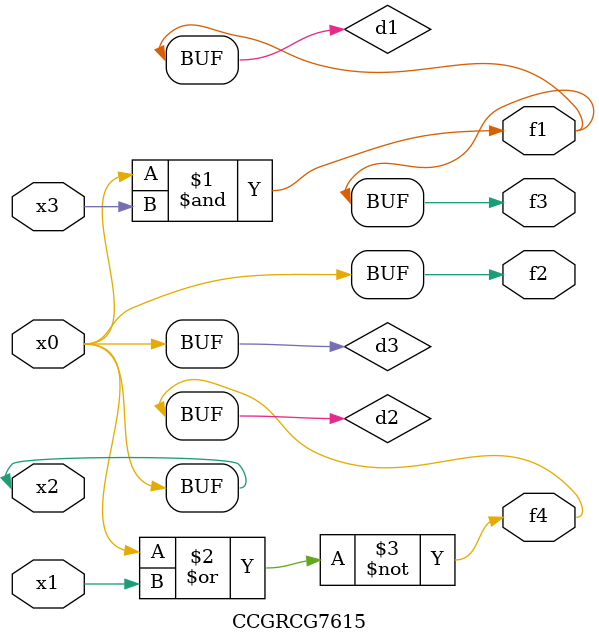
<source format=v>
module CCGRCG7615(
	input x0, x1, x2, x3,
	output f1, f2, f3, f4
);

	wire d1, d2, d3;

	and (d1, x2, x3);
	nor (d2, x0, x1);
	buf (d3, x0, x2);
	assign f1 = d1;
	assign f2 = d3;
	assign f3 = d1;
	assign f4 = d2;
endmodule

</source>
